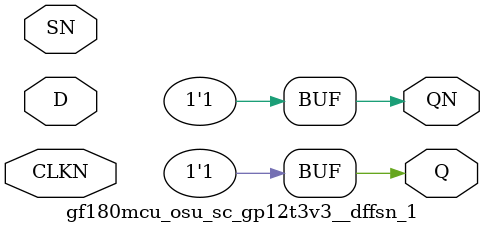
<source format=v>
`timescale 1ns/10ps
`celldefine
module gf180mcu_osu_sc_gp12t3v3__dffsn_1 (Q, QN, D, SN, CLKN);
	output Q, QN;
	input D, SN, CLKN;
	reg notifier;

	// Function
	buf (Q, 1'b1);
	buf (QN, 1'b1);

	// Timing
	specify
		$width (posedge SN &&& CLKN, 0, 0, notifier);
	endspecify
endmodule
`endcelldefine

</source>
